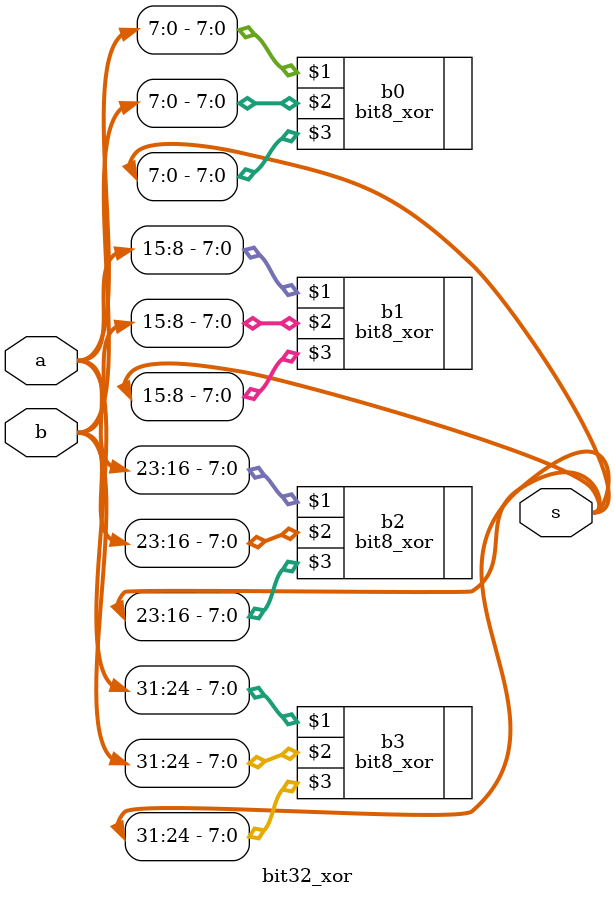
<source format=v>
`timescale 1ns / 1ps


module bit32_xor(input wire [31:0] a,input wire [31:0] b,output wire [31:0] s);
bit8_xor b0(a[7:0],b[7:0],s[7:0]);
bit8_xor b1(a[15:8],b[15:8],s[15:8]);
bit8_xor b2(a[23:16],b[23:16],s[23:16]);
bit8_xor b3(a[31:24],b[31:24],s[31:24]);

endmodule
</source>
